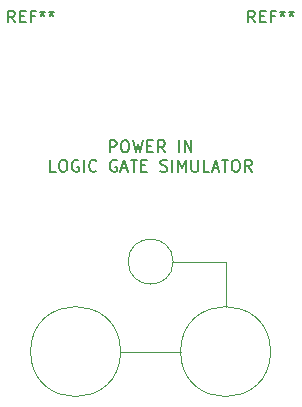
<source format=gbr>
%TF.GenerationSoftware,KiCad,Pcbnew,(5.1.9)-1*%
%TF.CreationDate,2021-03-02T23:44:46+00:00*%
%TF.ProjectId,Power In Front Panel,506f7765-7220-4496-9e20-46726f6e7420,rev?*%
%TF.SameCoordinates,Original*%
%TF.FileFunction,Legend,Top*%
%TF.FilePolarity,Positive*%
%FSLAX46Y46*%
G04 Gerber Fmt 4.6, Leading zero omitted, Abs format (unit mm)*
G04 Created by KiCad (PCBNEW (5.1.9)-1) date 2021-03-02 23:44:46*
%MOMM*%
%LPD*%
G01*
G04 APERTURE LIST*
%ADD10C,0.120000*%
%ADD11C,0.150000*%
G04 APERTURE END LIST*
D10*
X121920000Y-88900000D02*
X117475000Y-88900000D01*
X121920000Y-92710000D02*
X121920000Y-88900000D01*
X113030000Y-96520000D02*
X118110000Y-96520000D01*
X117475000Y-88900000D02*
G75*
G03*
X117475000Y-88900000I-1905000J0D01*
G01*
X125730000Y-96520000D02*
G75*
G03*
X125730000Y-96520000I-3810000J0D01*
G01*
X113030000Y-96520000D02*
G75*
G03*
X113030000Y-96520000I-3810000J0D01*
G01*
D11*
X112117619Y-79637380D02*
X112117619Y-78637380D01*
X112498571Y-78637380D01*
X112593809Y-78685000D01*
X112641428Y-78732619D01*
X112689047Y-78827857D01*
X112689047Y-78970714D01*
X112641428Y-79065952D01*
X112593809Y-79113571D01*
X112498571Y-79161190D01*
X112117619Y-79161190D01*
X113308095Y-78637380D02*
X113498571Y-78637380D01*
X113593809Y-78685000D01*
X113689047Y-78780238D01*
X113736666Y-78970714D01*
X113736666Y-79304047D01*
X113689047Y-79494523D01*
X113593809Y-79589761D01*
X113498571Y-79637380D01*
X113308095Y-79637380D01*
X113212857Y-79589761D01*
X113117619Y-79494523D01*
X113070000Y-79304047D01*
X113070000Y-78970714D01*
X113117619Y-78780238D01*
X113212857Y-78685000D01*
X113308095Y-78637380D01*
X114070000Y-78637380D02*
X114308095Y-79637380D01*
X114498571Y-78923095D01*
X114689047Y-79637380D01*
X114927142Y-78637380D01*
X115308095Y-79113571D02*
X115641428Y-79113571D01*
X115784285Y-79637380D02*
X115308095Y-79637380D01*
X115308095Y-78637380D01*
X115784285Y-78637380D01*
X116784285Y-79637380D02*
X116450952Y-79161190D01*
X116212857Y-79637380D02*
X116212857Y-78637380D01*
X116593809Y-78637380D01*
X116689047Y-78685000D01*
X116736666Y-78732619D01*
X116784285Y-78827857D01*
X116784285Y-78970714D01*
X116736666Y-79065952D01*
X116689047Y-79113571D01*
X116593809Y-79161190D01*
X116212857Y-79161190D01*
X117974761Y-79637380D02*
X117974761Y-78637380D01*
X118450952Y-79637380D02*
X118450952Y-78637380D01*
X119022380Y-79637380D01*
X119022380Y-78637380D01*
X107546190Y-81287380D02*
X107070000Y-81287380D01*
X107070000Y-80287380D01*
X108070000Y-80287380D02*
X108260476Y-80287380D01*
X108355714Y-80335000D01*
X108450952Y-80430238D01*
X108498571Y-80620714D01*
X108498571Y-80954047D01*
X108450952Y-81144523D01*
X108355714Y-81239761D01*
X108260476Y-81287380D01*
X108070000Y-81287380D01*
X107974761Y-81239761D01*
X107879523Y-81144523D01*
X107831904Y-80954047D01*
X107831904Y-80620714D01*
X107879523Y-80430238D01*
X107974761Y-80335000D01*
X108070000Y-80287380D01*
X109450952Y-80335000D02*
X109355714Y-80287380D01*
X109212857Y-80287380D01*
X109070000Y-80335000D01*
X108974761Y-80430238D01*
X108927142Y-80525476D01*
X108879523Y-80715952D01*
X108879523Y-80858809D01*
X108927142Y-81049285D01*
X108974761Y-81144523D01*
X109070000Y-81239761D01*
X109212857Y-81287380D01*
X109308095Y-81287380D01*
X109450952Y-81239761D01*
X109498571Y-81192142D01*
X109498571Y-80858809D01*
X109308095Y-80858809D01*
X109927142Y-81287380D02*
X109927142Y-80287380D01*
X110974761Y-81192142D02*
X110927142Y-81239761D01*
X110784285Y-81287380D01*
X110689047Y-81287380D01*
X110546190Y-81239761D01*
X110450952Y-81144523D01*
X110403333Y-81049285D01*
X110355714Y-80858809D01*
X110355714Y-80715952D01*
X110403333Y-80525476D01*
X110450952Y-80430238D01*
X110546190Y-80335000D01*
X110689047Y-80287380D01*
X110784285Y-80287380D01*
X110927142Y-80335000D01*
X110974761Y-80382619D01*
X112689047Y-80335000D02*
X112593809Y-80287380D01*
X112450952Y-80287380D01*
X112308095Y-80335000D01*
X112212857Y-80430238D01*
X112165238Y-80525476D01*
X112117619Y-80715952D01*
X112117619Y-80858809D01*
X112165238Y-81049285D01*
X112212857Y-81144523D01*
X112308095Y-81239761D01*
X112450952Y-81287380D01*
X112546190Y-81287380D01*
X112689047Y-81239761D01*
X112736666Y-81192142D01*
X112736666Y-80858809D01*
X112546190Y-80858809D01*
X113117619Y-81001666D02*
X113593809Y-81001666D01*
X113022380Y-81287380D02*
X113355714Y-80287380D01*
X113689047Y-81287380D01*
X113879523Y-80287380D02*
X114450952Y-80287380D01*
X114165238Y-81287380D02*
X114165238Y-80287380D01*
X114784285Y-80763571D02*
X115117619Y-80763571D01*
X115260476Y-81287380D02*
X114784285Y-81287380D01*
X114784285Y-80287380D01*
X115260476Y-80287380D01*
X116403333Y-81239761D02*
X116546190Y-81287380D01*
X116784285Y-81287380D01*
X116879523Y-81239761D01*
X116927142Y-81192142D01*
X116974761Y-81096904D01*
X116974761Y-81001666D01*
X116927142Y-80906428D01*
X116879523Y-80858809D01*
X116784285Y-80811190D01*
X116593809Y-80763571D01*
X116498571Y-80715952D01*
X116450952Y-80668333D01*
X116403333Y-80573095D01*
X116403333Y-80477857D01*
X116450952Y-80382619D01*
X116498571Y-80335000D01*
X116593809Y-80287380D01*
X116831904Y-80287380D01*
X116974761Y-80335000D01*
X117403333Y-81287380D02*
X117403333Y-80287380D01*
X117879523Y-81287380D02*
X117879523Y-80287380D01*
X118212857Y-81001666D01*
X118546190Y-80287380D01*
X118546190Y-81287380D01*
X119022380Y-80287380D02*
X119022380Y-81096904D01*
X119070000Y-81192142D01*
X119117619Y-81239761D01*
X119212857Y-81287380D01*
X119403333Y-81287380D01*
X119498571Y-81239761D01*
X119546190Y-81192142D01*
X119593809Y-81096904D01*
X119593809Y-80287380D01*
X120546190Y-81287380D02*
X120070000Y-81287380D01*
X120070000Y-80287380D01*
X120831904Y-81001666D02*
X121308095Y-81001666D01*
X120736666Y-81287380D02*
X121070000Y-80287380D01*
X121403333Y-81287380D01*
X121593809Y-80287380D02*
X122165238Y-80287380D01*
X121879523Y-81287380D02*
X121879523Y-80287380D01*
X122689047Y-80287380D02*
X122879523Y-80287380D01*
X122974761Y-80335000D01*
X123070000Y-80430238D01*
X123117619Y-80620714D01*
X123117619Y-80954047D01*
X123070000Y-81144523D01*
X122974761Y-81239761D01*
X122879523Y-81287380D01*
X122689047Y-81287380D01*
X122593809Y-81239761D01*
X122498571Y-81144523D01*
X122450952Y-80954047D01*
X122450952Y-80620714D01*
X122498571Y-80430238D01*
X122593809Y-80335000D01*
X122689047Y-80287380D01*
X124117619Y-81287380D02*
X123784285Y-80811190D01*
X123546190Y-81287380D02*
X123546190Y-80287380D01*
X123927142Y-80287380D01*
X124022380Y-80335000D01*
X124070000Y-80382619D01*
X124117619Y-80477857D01*
X124117619Y-80620714D01*
X124070000Y-80715952D01*
X124022380Y-80763571D01*
X123927142Y-80811190D01*
X123546190Y-80811190D01*
%TO.C,REF\u002A\u002A*%
X124396666Y-68642380D02*
X124063333Y-68166190D01*
X123825238Y-68642380D02*
X123825238Y-67642380D01*
X124206190Y-67642380D01*
X124301428Y-67690000D01*
X124349047Y-67737619D01*
X124396666Y-67832857D01*
X124396666Y-67975714D01*
X124349047Y-68070952D01*
X124301428Y-68118571D01*
X124206190Y-68166190D01*
X123825238Y-68166190D01*
X124825238Y-68118571D02*
X125158571Y-68118571D01*
X125301428Y-68642380D02*
X124825238Y-68642380D01*
X124825238Y-67642380D01*
X125301428Y-67642380D01*
X126063333Y-68118571D02*
X125730000Y-68118571D01*
X125730000Y-68642380D02*
X125730000Y-67642380D01*
X126206190Y-67642380D01*
X126730000Y-67642380D02*
X126730000Y-67880476D01*
X126491904Y-67785238D02*
X126730000Y-67880476D01*
X126968095Y-67785238D01*
X126587142Y-68070952D02*
X126730000Y-67880476D01*
X126872857Y-68070952D01*
X127491904Y-67642380D02*
X127491904Y-67880476D01*
X127253809Y-67785238D02*
X127491904Y-67880476D01*
X127730000Y-67785238D01*
X127349047Y-68070952D02*
X127491904Y-67880476D01*
X127634761Y-68070952D01*
X104076666Y-68642380D02*
X103743333Y-68166190D01*
X103505238Y-68642380D02*
X103505238Y-67642380D01*
X103886190Y-67642380D01*
X103981428Y-67690000D01*
X104029047Y-67737619D01*
X104076666Y-67832857D01*
X104076666Y-67975714D01*
X104029047Y-68070952D01*
X103981428Y-68118571D01*
X103886190Y-68166190D01*
X103505238Y-68166190D01*
X104505238Y-68118571D02*
X104838571Y-68118571D01*
X104981428Y-68642380D02*
X104505238Y-68642380D01*
X104505238Y-67642380D01*
X104981428Y-67642380D01*
X105743333Y-68118571D02*
X105410000Y-68118571D01*
X105410000Y-68642380D02*
X105410000Y-67642380D01*
X105886190Y-67642380D01*
X106410000Y-67642380D02*
X106410000Y-67880476D01*
X106171904Y-67785238D02*
X106410000Y-67880476D01*
X106648095Y-67785238D01*
X106267142Y-68070952D02*
X106410000Y-67880476D01*
X106552857Y-68070952D01*
X107171904Y-67642380D02*
X107171904Y-67880476D01*
X106933809Y-67785238D02*
X107171904Y-67880476D01*
X107410000Y-67785238D01*
X107029047Y-68070952D02*
X107171904Y-67880476D01*
X107314761Y-68070952D01*
%TD*%
M02*

</source>
